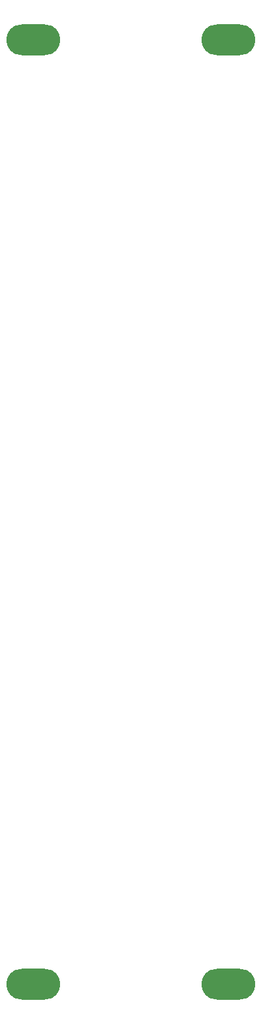
<source format=gbl>
%TF.GenerationSoftware,KiCad,Pcbnew,8.0.3*%
%TF.CreationDate,2024-07-07T15:48:55+01:00*%
%TF.ProjectId,555-adsr-panel,3535352d-6164-4737-922d-70616e656c2e,rev?*%
%TF.SameCoordinates,Original*%
%TF.FileFunction,Copper,L2,Bot*%
%TF.FilePolarity,Positive*%
%FSLAX46Y46*%
G04 Gerber Fmt 4.6, Leading zero omitted, Abs format (unit mm)*
G04 Created by KiCad (PCBNEW 8.0.3) date 2024-07-07 15:48:55*
%MOMM*%
%LPD*%
G01*
G04 APERTURE LIST*
%TA.AperFunction,ComponentPad*%
%ADD10O,7.000000X4.000000*%
%TD*%
G04 APERTURE END LIST*
D10*
%TO.P,REF\u002A\u002A,*%
%TO.N,*%
X77350000Y-42900000D03*
%TD*%
%TO.P,REF\u002A\u002A,*%
%TO.N,*%
X77350000Y-165400000D03*
%TD*%
%TO.P,REF\u002A\u002A,*%
%TO.N,*%
X102650000Y-165400000D03*
%TD*%
%TO.P,REF\u002A\u002A,*%
%TO.N,*%
X102650000Y-42900000D03*
%TD*%
M02*

</source>
